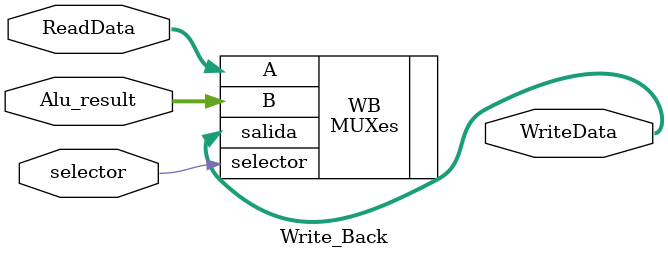
<source format=v>
module Write_Back (
    input selector,
    input [31:0] ReadData,
    input [31:0] Alu_result,
    output [31:0] WriteData
);

MUXes WB(
    .selector(selector),
    .A(ReadData),
    .B(Alu_result),
    .salida(WriteData)
);
    
endmodule
</source>
